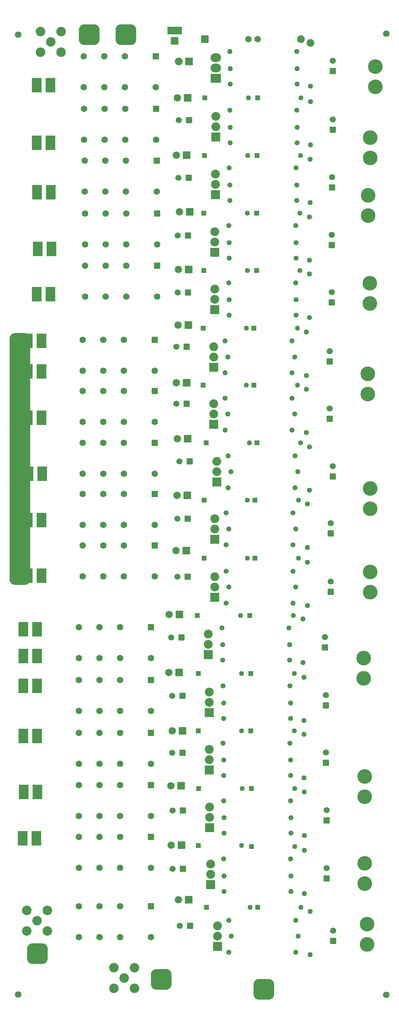
<source format=gts>
G04 Layer: TopSolderMaskLayer*
G04 EasyEDA v6.5.39, 2023-12-18 16:16:31*
G04 0a3b229aafce46c6802f92c5d4cde22f,84f6a191e6f14c5fb88c895b5cbe8e50,10*
G04 Gerber Generator version 0.2*
G04 Scale: 100 percent, Rotated: No, Reflected: No *
G04 Dimensions in inches *
G04 leading zeros omitted , absolute positions ,3 integer and 6 decimal *
%FSLAX36Y36*%
%MOIN*%

%AMMACRO1*4,1,20,-0.0494,-1.2225,-0.0688,-1.2186,-0.0855,-1.2075,-0.0966,-1.1909,-0.1004,-1.1715,-0.1004,1.1715,-0.0966,1.1909,-0.0855,1.2075,-0.0688,1.2186,-0.0494,1.2225,0.0494,1.2225,0.0688,1.2186,0.0854,1.2075,0.0966,1.1909,0.1004,1.1715,0.1004,-1.1715,0.0966,-1.1909,0.0854,-1.2075,0.0688,-1.2186,0.0494,-1.2225,-0.0494,-1.2225,0*%
%AMMACRO2*4,1,20,-0.0494,-0.1004,-0.0688,-0.0966,-0.0855,-0.0854,-0.0966,-0.0688,-0.1004,-0.0494,-0.1004,0.0494,-0.0966,0.0688,-0.0855,0.0855,-0.0688,0.0966,-0.0494,0.1004,0.0494,0.1004,0.0688,0.0966,0.0854,0.0855,0.0966,0.0688,0.1004,0.0494,0.1004,-0.0494,0.0966,-0.0688,0.0854,-0.0854,0.0688,-0.0966,0.0494,-0.1004,-0.0494,-0.1004,0*%
%AMMACRO3*1,1,$1,$2,$3*1,1,$1,$4,$5*1,1,$1,0-$2,0-$3*1,1,$1,0-$4,0-$5*20,1,$1,$2,$3,$4,$5,0*20,1,$1,$4,$5,0-$2,0-$3,0*20,1,$1,0-$2,0-$3,0-$4,0-$5,0*20,1,$1,0-$4,0-$5,$2,$3,0*4,1,4,$2,$3,$4,$5,0-$2,0-$3,0-$4,0-$5,$2,$3,0*%
%ADD10MACRO1*%
%ADD11MACRO2*%
%ADD12C,0.0512*%
%ADD13C,0.0926*%
%ADD14C,0.0631*%
%ADD15MACRO3,0.004X0.0295X-0.0295X-0.0295X-0.0295*%
%ADD16MACRO3,0.004X-0.0226X0.0226X0.0226X0.0226*%
%ADD17C,0.0493*%
%ADD18C,0.0597*%
%ADD19C,0.0136*%
%ADD20MACRO3,0.004X0.0279X-0.0279X-0.0279X-0.0279*%
%ADD21MACRO3,0.004X0.0279X0.0279X0.0279X-0.0279*%
%ADD22R,0.0855X0.0855*%
%ADD23C,0.0855*%
%ADD24MACRO3,0.004X0.034X-0.034X-0.034X-0.034*%
%ADD25C,0.0719*%
%ADD26C,0.1418*%
%ADD27MACRO3,0.004X-0.0453X0.0689X0.0453X0.0689*%
%ADD28MACRO3,0.004X0.0689X0.0344X0.0689X-0.0344*%
%ADD29MACRO3,0.004X0.034X0.034X0.034X-0.034*%
%ADD30MACRO3,0.004X-0.0344X0.0344X0.0344X0.0344*%
%ADD31C,0.0749*%
%ADD32MACRO3,0.004X0.0354X0.0354X0.0354X-0.0354*%
%ADD33R,0.1024X0.0855*%
%ADD34O,0.102425X0.085496*%
%ADD35C,0.0640*%

%LPD*%
D10*
G01*
X135005Y5320000D03*
D11*
G01*
X1165005Y9439995D03*
G01*
X2505005Y169994D03*
G01*
X1510005Y264995D03*
G01*
X305005Y514995D03*
G01*
X810005Y9439995D03*
D12*
G01*
X2175000Y9275000D03*
G01*
X2824610Y9275000D03*
D13*
G01*
X435000Y9370000D03*
G01*
X535000Y9270000D03*
G01*
X535000Y9470000D03*
G01*
X335000Y9470000D03*
G01*
X335000Y9270000D03*
G01*
X1050000Y380000D03*
G01*
X1250000Y380000D03*
G01*
X1250000Y180000D03*
G01*
X1050000Y180000D03*
G01*
X1150000Y280000D03*
G01*
X202500Y934840D03*
G01*
X402500Y934840D03*
G01*
X402500Y734840D03*
G01*
X202500Y734840D03*
G01*
X302500Y834840D03*
D14*
G01*
X1410000Y675000D03*
G01*
X1110000Y675000D03*
G01*
X910000Y675000D03*
G01*
X710000Y675000D03*
G01*
X710000Y975000D03*
G01*
X910000Y975000D03*
G01*
X1110000Y975000D03*
D15*
G01*
X1410000Y975000D03*
D12*
G01*
X2165000Y840000D03*
G01*
X2814610Y840000D03*
G01*
X2190000Y685000D03*
G01*
X2839610Y685000D03*
D16*
G01*
X1950000Y965000D03*
D17*
G01*
X2371259Y965000D03*
D16*
G01*
X2445000Y965000D03*
D17*
G01*
X2866259Y965000D03*
D18*
G01*
X3180000Y740000D03*
D20*
G01*
X3180000Y640000D03*
D21*
G01*
X1790000Y785000D03*
D18*
G01*
X1690000Y785000D03*
D12*
G01*
X2815000Y530000D03*
G01*
X2165390Y530000D03*
D22*
G01*
X2055000Y585000D03*
D23*
G01*
X2055000Y685000D03*
G01*
X2055000Y785000D03*
D12*
G01*
X2955000Y505000D03*
G01*
X2955000Y926260D03*
D24*
G01*
X1776830Y1040670D03*
D25*
G01*
X1676830Y1040670D03*
D26*
G01*
X3510000Y605000D03*
G01*
X3510000Y801850D03*
D27*
G01*
X213070Y4185000D03*
G01*
X346930Y4185000D03*
G01*
X213070Y4725000D03*
G01*
X346930Y4725000D03*
G01*
X351930Y5175000D03*
G01*
X218070Y5175000D03*
G01*
X346930Y5720000D03*
G01*
X213070Y5720000D03*
G01*
X346930Y6170000D03*
G01*
X213070Y6170000D03*
G01*
X346930Y6465000D03*
G01*
X213070Y6465000D03*
G01*
X296930Y1635000D03*
G01*
X163070Y1635000D03*
G01*
X306930Y2085000D03*
G01*
X173070Y2085000D03*
G01*
X301930Y2630000D03*
G01*
X168070Y2630000D03*
G01*
X301930Y3115000D03*
G01*
X168070Y3115000D03*
G01*
X301930Y3405000D03*
G01*
X168070Y3405000D03*
G01*
X301930Y3665000D03*
G01*
X168070Y3665000D03*
G01*
X298070Y6920000D03*
G01*
X431930Y6920000D03*
G01*
X308070Y7360000D03*
G01*
X441930Y7360000D03*
G01*
X303070Y7910000D03*
G01*
X436930Y7910000D03*
G01*
X298070Y8390000D03*
G01*
X431930Y8390000D03*
G01*
X298070Y8950000D03*
G01*
X431930Y8950000D03*
D26*
G01*
X3540000Y4025000D03*
G01*
X3540000Y4221849D03*
G01*
X3540000Y4835000D03*
G01*
X3540000Y5031849D03*
G01*
X3515000Y5950000D03*
G01*
X3515000Y6146849D03*
G01*
X3485000Y1195000D03*
G01*
X3485000Y1391850D03*
G01*
X3485000Y2040000D03*
G01*
X3485000Y2236850D03*
G01*
X3535000Y7025000D03*
G01*
X3535000Y6828150D03*
G01*
X3520000Y7880000D03*
G01*
X3520000Y7683150D03*
G01*
X3540000Y8440000D03*
G01*
X3540000Y8243150D03*
D25*
G01*
X1651830Y4430670D03*
D24*
G01*
X1751830Y4430670D03*
D25*
G01*
X1661830Y4965670D03*
D24*
G01*
X1761830Y4965670D03*
D25*
G01*
X1666830Y5515670D03*
D24*
G01*
X1766830Y5515670D03*
G01*
X1756830Y6060670D03*
D25*
G01*
X1656830Y6060670D03*
D24*
G01*
X1771830Y6620670D03*
D25*
G01*
X1671830Y6620670D03*
D24*
G01*
X1706830Y1570670D03*
D25*
G01*
X1606830Y1570670D03*
D24*
G01*
X1701830Y2145670D03*
D25*
G01*
X1601830Y2145670D03*
D24*
G01*
X1716830Y2680670D03*
D25*
G01*
X1616830Y2680670D03*
D24*
G01*
X1681830Y3245670D03*
D25*
G01*
X1581830Y3245670D03*
G01*
X1656830Y8270670D03*
D24*
G01*
X1756830Y8270670D03*
G01*
X1686830Y3810670D03*
D25*
G01*
X1586830Y3810670D03*
G01*
X1676830Y7160670D03*
D24*
G01*
X1776830Y7160670D03*
D25*
G01*
X1686830Y7720670D03*
D24*
G01*
X1786830Y7720670D03*
G01*
X1765000Y8825000D03*
D25*
G01*
X1665000Y8825000D03*
D28*
G01*
X1640000Y9480000D03*
D29*
G01*
X1640000Y9380000D03*
D12*
G01*
X2950000Y6693740D03*
G01*
X2950000Y7115000D03*
D22*
G01*
X2030000Y6770000D03*
D23*
G01*
X2030000Y6870000D03*
G01*
X2030000Y6970000D03*
D12*
G01*
X2820000Y6715000D03*
G01*
X2170390Y6715000D03*
D20*
G01*
X3165000Y6840000D03*
D18*
G01*
X3165000Y6940000D03*
D21*
G01*
X1770000Y6935000D03*
D18*
G01*
X1670000Y6935000D03*
D16*
G01*
X2435000Y7150000D03*
D17*
G01*
X2856259Y7150000D03*
D16*
G01*
X1923740Y7150000D03*
D17*
G01*
X2345000Y7150000D03*
D12*
G01*
X2170390Y6865000D03*
G01*
X2820000Y6865000D03*
G01*
X2165000Y7030000D03*
G01*
X2814610Y7030000D03*
G01*
X2950000Y7248740D03*
G01*
X2950000Y7670000D03*
D22*
G01*
X2030000Y7325000D03*
D23*
G01*
X2030000Y7425000D03*
G01*
X2030000Y7525000D03*
D12*
G01*
X2820000Y7270000D03*
G01*
X2170390Y7270000D03*
D20*
G01*
X3165000Y7395000D03*
D18*
G01*
X3165000Y7495000D03*
D21*
G01*
X1770000Y7490000D03*
D18*
G01*
X1670000Y7490000D03*
D16*
G01*
X2435000Y7705000D03*
D17*
G01*
X2856259Y7705000D03*
D16*
G01*
X1923740Y7705000D03*
D17*
G01*
X2345000Y7705000D03*
D12*
G01*
X2170390Y7420000D03*
G01*
X2820000Y7420000D03*
G01*
X2165000Y7585000D03*
G01*
X2814610Y7585000D03*
G01*
X2955000Y7808740D03*
G01*
X2955000Y8230000D03*
D22*
G01*
X2035000Y7885000D03*
D23*
G01*
X2035000Y7985000D03*
G01*
X2035000Y8085000D03*
D12*
G01*
X2825000Y7830000D03*
G01*
X2175390Y7830000D03*
D20*
G01*
X3170000Y7955000D03*
D18*
G01*
X3170000Y8055000D03*
D21*
G01*
X1775000Y8050000D03*
D18*
G01*
X1675000Y8050000D03*
D16*
G01*
X2440000Y8265000D03*
D17*
G01*
X2861259Y8265000D03*
D16*
G01*
X1928740Y8265000D03*
D17*
G01*
X2350000Y8265000D03*
D12*
G01*
X2175390Y7980000D03*
G01*
X2825000Y7980000D03*
G01*
X2170000Y8145000D03*
G01*
X2819610Y8145000D03*
G01*
X2960000Y8368740D03*
G01*
X2960000Y8790000D03*
D22*
G01*
X2040000Y8445000D03*
D23*
G01*
X2040000Y8545000D03*
G01*
X2040000Y8645000D03*
D12*
G01*
X2830000Y8390000D03*
G01*
X2180390Y8390000D03*
D20*
G01*
X3175000Y8515000D03*
D18*
G01*
X3175000Y8615000D03*
G01*
X1680000Y8610000D03*
D21*
G01*
X1780000Y8610000D03*
D16*
G01*
X2445000Y8825000D03*
D17*
G01*
X2866259Y8825000D03*
D16*
G01*
X1933740Y8825000D03*
D17*
G01*
X2355000Y8825000D03*
D12*
G01*
X2180390Y8540000D03*
G01*
X2830000Y8540000D03*
G01*
X2175000Y8705000D03*
G01*
X2824610Y8705000D03*
G01*
X2180390Y9110000D03*
G01*
X2830000Y9110000D03*
D14*
G01*
X2355000Y9395000D03*
D30*
G01*
X1933740Y9395000D03*
D14*
G01*
X2445000Y9395000D03*
D31*
G01*
X2866259Y9395000D03*
D32*
G01*
X1780000Y9180000D03*
D31*
G01*
X1680000Y9180000D03*
D20*
G01*
X3175000Y9085000D03*
D18*
G01*
X3175000Y9185000D03*
D12*
G01*
X2830000Y8960000D03*
G01*
X2180390Y8960000D03*
D33*
G01*
X2040000Y9015000D03*
D34*
G01*
X2040000Y9115000D03*
G01*
X2040000Y9215000D03*
D12*
G01*
X2960000Y8938740D03*
D31*
G01*
X2960000Y9360000D03*
D12*
G01*
X2764610Y1435000D03*
G01*
X2115000Y1435000D03*
G01*
X2770000Y1270000D03*
G01*
X2120390Y1270000D03*
D17*
G01*
X2290000Y1565000D03*
D16*
G01*
X1868740Y1565000D03*
D17*
G01*
X2806259Y1555000D03*
D16*
G01*
X2385000Y1555000D03*
D18*
G01*
X1620000Y1340000D03*
D21*
G01*
X1720000Y1340000D03*
D18*
G01*
X3115000Y1345000D03*
D20*
G01*
X3115000Y1245000D03*
D12*
G01*
X2120390Y1120000D03*
G01*
X2770000Y1120000D03*
D23*
G01*
X1990000Y1385000D03*
G01*
X1990000Y1285000D03*
D22*
G01*
X1990000Y1185000D03*
D12*
G01*
X2900000Y1520000D03*
G01*
X2900000Y1098740D03*
G01*
X2764610Y2000000D03*
G01*
X2115000Y2000000D03*
G01*
X2770000Y1835000D03*
G01*
X2120390Y1835000D03*
D17*
G01*
X2295000Y2120000D03*
D16*
G01*
X1873740Y2120000D03*
D17*
G01*
X2806259Y2120000D03*
D16*
G01*
X2385000Y2120000D03*
D18*
G01*
X1620000Y1905000D03*
D21*
G01*
X1720000Y1905000D03*
D18*
G01*
X3115000Y1910000D03*
D20*
G01*
X3115000Y1810000D03*
D12*
G01*
X2120390Y1685000D03*
G01*
X2770000Y1685000D03*
D23*
G01*
X1980000Y1940000D03*
G01*
X1980000Y1840000D03*
D22*
G01*
X1980000Y1740000D03*
D12*
G01*
X2900000Y2085000D03*
G01*
X2900000Y1663740D03*
G01*
X2895000Y2645000D03*
G01*
X2895000Y2223740D03*
D23*
G01*
X1975000Y2500000D03*
G01*
X1975000Y2400000D03*
D22*
G01*
X1975000Y2300000D03*
D12*
G01*
X2115390Y2245000D03*
G01*
X2765000Y2245000D03*
D18*
G01*
X3110000Y2470000D03*
D20*
G01*
X3110000Y2370000D03*
D18*
G01*
X1615000Y2465000D03*
D21*
G01*
X1715000Y2465000D03*
D17*
G01*
X2801259Y2680000D03*
D16*
G01*
X2380000Y2680000D03*
D17*
G01*
X2290000Y2680000D03*
D16*
G01*
X1868740Y2680000D03*
D12*
G01*
X2765000Y2395000D03*
G01*
X2115390Y2395000D03*
G01*
X2759610Y2560000D03*
G01*
X2110000Y2560000D03*
G01*
X2759610Y3115000D03*
G01*
X2110000Y3115000D03*
G01*
X2765000Y2950000D03*
G01*
X2115390Y2950000D03*
D17*
G01*
X2290000Y3235000D03*
D16*
G01*
X1868740Y3235000D03*
D17*
G01*
X2801259Y3235000D03*
D16*
G01*
X2380000Y3235000D03*
D18*
G01*
X1615000Y3020000D03*
D21*
G01*
X1715000Y3020000D03*
D18*
G01*
X3110000Y3025000D03*
D20*
G01*
X3110000Y2925000D03*
D12*
G01*
X2115390Y2800000D03*
G01*
X2765000Y2800000D03*
D23*
G01*
X1975000Y3055000D03*
G01*
X1975000Y2955000D03*
D22*
G01*
X1975000Y2855000D03*
D12*
G01*
X2895000Y3200000D03*
G01*
X2895000Y2778740D03*
G01*
X2930000Y3895000D03*
G01*
X2930000Y4316260D03*
D22*
G01*
X2030000Y3975000D03*
D23*
G01*
X2030000Y4075000D03*
G01*
X2030000Y4175000D03*
D12*
G01*
X2790000Y3920000D03*
G01*
X2140390Y3920000D03*
D18*
G01*
X1665000Y4175000D03*
D21*
G01*
X1765000Y4175000D03*
D20*
G01*
X3155000Y4030000D03*
D18*
G01*
X3155000Y4130000D03*
D17*
G01*
X2841259Y4355000D03*
D16*
G01*
X2420000Y4355000D03*
D17*
G01*
X2346259Y4355000D03*
D16*
G01*
X1925000Y4355000D03*
D12*
G01*
X2814610Y4075000D03*
G01*
X2165000Y4075000D03*
G01*
X2789610Y4230000D03*
G01*
X2140000Y4230000D03*
G01*
X2930000Y4881260D03*
G01*
X2930000Y4460000D03*
D23*
G01*
X2030000Y4740000D03*
G01*
X2030000Y4640000D03*
D22*
G01*
X2030000Y4540000D03*
D12*
G01*
X2790000Y4485000D03*
G01*
X2140390Y4485000D03*
D18*
G01*
X1665000Y4740000D03*
D21*
G01*
X1765000Y4740000D03*
D20*
G01*
X3155000Y4595000D03*
D18*
G01*
X3155000Y4695000D03*
D17*
G01*
X2841259Y4920000D03*
D16*
G01*
X2420000Y4920000D03*
D17*
G01*
X2346259Y4920000D03*
D16*
G01*
X1925000Y4920000D03*
D12*
G01*
X2814610Y4640000D03*
G01*
X2165000Y4640000D03*
G01*
X2789610Y4795000D03*
G01*
X2140000Y4795000D03*
G01*
X2809610Y5350000D03*
G01*
X2160000Y5350000D03*
G01*
X2834610Y5195000D03*
G01*
X2185000Y5195000D03*
D17*
G01*
X2366259Y5475000D03*
D16*
G01*
X1945000Y5475000D03*
D17*
G01*
X2861259Y5475000D03*
D16*
G01*
X2440000Y5475000D03*
D20*
G01*
X3175000Y5150000D03*
D18*
G01*
X3175000Y5250000D03*
G01*
X1685000Y5295000D03*
D21*
G01*
X1785000Y5295000D03*
D12*
G01*
X2160390Y5040000D03*
G01*
X2810000Y5040000D03*
D23*
G01*
X2050000Y5295000D03*
G01*
X2050000Y5195000D03*
D22*
G01*
X2050000Y5095000D03*
D12*
G01*
X2950000Y5436260D03*
G01*
X2950000Y5015000D03*
G01*
X2779610Y5910000D03*
G01*
X2130000Y5910000D03*
G01*
X2804610Y5755000D03*
G01*
X2155000Y5755000D03*
D17*
G01*
X2336259Y6035000D03*
D16*
G01*
X1915000Y6035000D03*
D17*
G01*
X2831259Y6035000D03*
D16*
G01*
X2410000Y6035000D03*
D20*
G01*
X3145000Y5710000D03*
D18*
G01*
X3145000Y5810000D03*
G01*
X1655000Y5855000D03*
D21*
G01*
X1755000Y5855000D03*
D12*
G01*
X2130390Y5600000D03*
G01*
X2780000Y5600000D03*
D23*
G01*
X2020000Y5855000D03*
G01*
X2020000Y5755000D03*
D22*
G01*
X2020000Y5655000D03*
D12*
G01*
X2920000Y5996260D03*
G01*
X2920000Y5575000D03*
G01*
X2920000Y6551260D03*
G01*
X2920000Y6130000D03*
G01*
X2885000Y3765000D03*
G01*
X2885000Y3343740D03*
D14*
G01*
X1455000Y8930000D03*
G01*
X1155000Y8930000D03*
G01*
X955000Y8930000D03*
G01*
X755000Y8930000D03*
G01*
X755000Y9230000D03*
G01*
X955000Y9230000D03*
G01*
X1155000Y9230000D03*
D15*
G01*
X1455000Y9230000D03*
G01*
X1460000Y8720000D03*
D14*
G01*
X1460000Y8420000D03*
G01*
X1160000Y8420000D03*
G01*
X960000Y8420000D03*
G01*
X760000Y8420000D03*
G01*
X760000Y8720000D03*
G01*
X960000Y8720000D03*
G01*
X1160000Y8720000D03*
G01*
X1468170Y7404330D03*
G01*
X1168170Y7404330D03*
G01*
X968170Y7404330D03*
G01*
X768170Y7404330D03*
G01*
X768170Y7704330D03*
G01*
X968170Y7704330D03*
G01*
X1168170Y7704330D03*
D15*
G01*
X1468169Y7704330D03*
D14*
G01*
X1465000Y7915000D03*
G01*
X1165000Y7915000D03*
G01*
X965000Y7915000D03*
G01*
X765000Y7915000D03*
G01*
X765000Y8215000D03*
G01*
X965000Y8215000D03*
G01*
X1165000Y8215000D03*
D15*
G01*
X1465000Y8215000D03*
D14*
G01*
X1470000Y6895000D03*
G01*
X1170000Y6895000D03*
G01*
X970000Y6895000D03*
G01*
X770000Y6895000D03*
G01*
X770000Y7195000D03*
G01*
X970000Y7195000D03*
G01*
X1170000Y7195000D03*
D15*
G01*
X1470000Y7195000D03*
G01*
X1446830Y4480670D03*
D14*
G01*
X1146830Y4480670D03*
G01*
X946829Y4480670D03*
G01*
X746829Y4480670D03*
G01*
X746829Y4180670D03*
G01*
X946829Y4180670D03*
G01*
X1146830Y4180670D03*
G01*
X1446830Y4180670D03*
D15*
G01*
X1410000Y1650000D03*
D14*
G01*
X1110000Y1650000D03*
G01*
X910000Y1650000D03*
G01*
X710000Y1650000D03*
G01*
X710000Y1350000D03*
G01*
X910000Y1350000D03*
G01*
X1110000Y1350000D03*
G01*
X1410000Y1350000D03*
D15*
G01*
X1446830Y5475670D03*
D14*
G01*
X1146830Y5475670D03*
G01*
X946829Y5475670D03*
G01*
X746829Y5475670D03*
G01*
X746829Y5175670D03*
G01*
X946829Y5175670D03*
G01*
X1146830Y5175670D03*
G01*
X1446830Y5175670D03*
D15*
G01*
X1410000Y2660000D03*
D14*
G01*
X1110000Y2660000D03*
G01*
X910000Y2660000D03*
G01*
X710000Y2660000D03*
G01*
X710000Y2360000D03*
G01*
X910000Y2360000D03*
G01*
X1110000Y2360000D03*
G01*
X1410000Y2360000D03*
D15*
G01*
X1408169Y2154330D03*
D14*
G01*
X1108170Y2154330D03*
G01*
X908170Y2154330D03*
G01*
X708170Y2154330D03*
G01*
X708170Y1854330D03*
G01*
X908170Y1854330D03*
G01*
X1108170Y1854330D03*
G01*
X1408170Y1854330D03*
G01*
X1446830Y4680670D03*
G01*
X1146830Y4680670D03*
G01*
X946829Y4680670D03*
G01*
X746829Y4680670D03*
G01*
X746829Y4980670D03*
G01*
X946829Y4980670D03*
G01*
X1146830Y4980670D03*
D15*
G01*
X1446830Y4980670D03*
D14*
G01*
X1446830Y5680670D03*
G01*
X1146830Y5680670D03*
G01*
X946829Y5680670D03*
G01*
X746829Y5680670D03*
G01*
X746829Y5980670D03*
G01*
X946829Y5980670D03*
G01*
X1146830Y5980670D03*
D15*
G01*
X1446830Y5980670D03*
D14*
G01*
X1108170Y3174330D03*
G01*
X908170Y3174330D03*
G01*
X708170Y3174330D03*
G01*
X708170Y2874330D03*
G01*
X908170Y2874330D03*
G01*
X1108170Y2874330D03*
G01*
X1408170Y2874330D03*
D15*
G01*
X1408169Y3174330D03*
G01*
X1446830Y6475670D03*
D14*
G01*
X1146830Y6475670D03*
G01*
X946829Y6475670D03*
G01*
X746829Y6475670D03*
G01*
X746829Y6175670D03*
G01*
X946829Y6175670D03*
G01*
X1146830Y6175670D03*
G01*
X1446830Y6175670D03*
D15*
G01*
X1410000Y3685000D03*
D14*
G01*
X1110000Y3685000D03*
G01*
X910000Y3685000D03*
G01*
X710000Y3685000D03*
G01*
X710000Y3385000D03*
G01*
X910000Y3385000D03*
G01*
X1110000Y3385000D03*
G01*
X1410000Y3385000D03*
D23*
G01*
X2020000Y6410000D03*
G01*
X2020000Y6310000D03*
D22*
G01*
X2020000Y6210000D03*
D12*
G01*
X2130390Y6155000D03*
G01*
X2780000Y6155000D03*
D26*
G01*
X3590000Y9130000D03*
G01*
X3590000Y8933150D03*
G01*
X3475000Y3386850D03*
G01*
X3475000Y3190000D03*
D23*
G01*
X1965000Y3620000D03*
G01*
X1965000Y3520000D03*
D22*
G01*
X1965000Y3420000D03*
D12*
G01*
X2105390Y3365000D03*
G01*
X2755000Y3365000D03*
D18*
G01*
X1655000Y6410000D03*
D21*
G01*
X1755000Y6410000D03*
D20*
G01*
X3145000Y6265000D03*
D18*
G01*
X3145000Y6365000D03*
G01*
X3100000Y3590000D03*
D20*
G01*
X3100000Y3490000D03*
D18*
G01*
X1605000Y3585000D03*
D21*
G01*
X1705000Y3585000D03*
D17*
G01*
X2831259Y6590000D03*
D16*
G01*
X2410000Y6590000D03*
D17*
G01*
X2336259Y6590000D03*
D16*
G01*
X1915000Y6590000D03*
D17*
G01*
X2791259Y3800000D03*
D16*
G01*
X2370000Y3800000D03*
D17*
G01*
X2280000Y3800000D03*
D16*
G01*
X1858740Y3800000D03*
D12*
G01*
X2804610Y6310000D03*
G01*
X2155000Y6310000D03*
G01*
X2755000Y3515000D03*
G01*
X2105390Y3515000D03*
G01*
X2779610Y6465000D03*
G01*
X2130000Y6465000D03*
G01*
X2749610Y3680000D03*
G01*
X2100000Y3680000D03*
D35*
G01*
X120000Y9440000D03*
G01*
X3694629Y115000D03*
G01*
X120000Y120000D03*
G01*
X3695000Y9450000D03*
M02*

</source>
